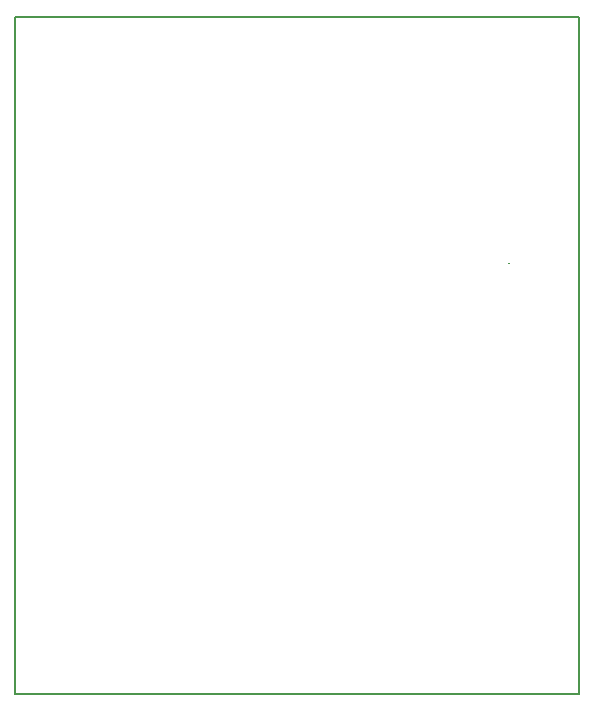
<source format=gbr>
G04 #@! TF.FileFunction,Profile,NP*
%FSLAX46Y46*%
G04 Gerber Fmt 4.6, Leading zero omitted, Abs format (unit mm)*
G04 Created by KiCad (PCBNEW 4.0.7) date 06/28/18 12:54:00*
%MOMM*%
%LPD*%
G01*
G04 APERTURE LIST*
%ADD10C,0.100000*%
%ADD11C,0.150000*%
G04 APERTURE END LIST*
D10*
D11*
X82194400Y-27482800D02*
X82194400Y-84785200D01*
X76301600Y-48310800D02*
X76301600Y-48260000D01*
X34442400Y-27482800D02*
X34442400Y-30022800D01*
X82194400Y-27482800D02*
X34442400Y-27482800D01*
X34442400Y-84785200D02*
X82194400Y-84785200D01*
X34442400Y-30022800D02*
X34442400Y-84785200D01*
M02*

</source>
